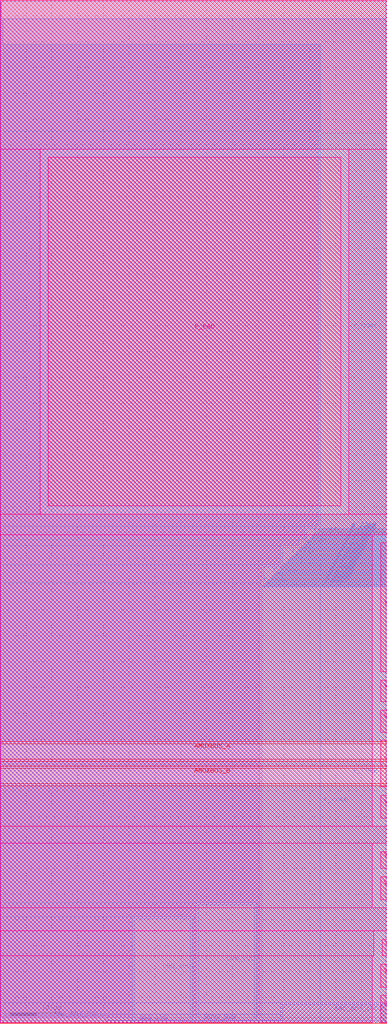
<source format=lef>
# Copyright 2020 The SkyWater PDK Authors
#
# Licensed under the Apache License, Version 2.0 (the "License");
# you may not use this file except in compliance with the License.
# You may obtain a copy of the License at
#
#     https://www.apache.org/licenses/LICENSE-2.0
#
# Unless required by applicable law or agreed to in writing, software
# distributed under the License is distributed on an "AS IS" BASIS,
# WITHOUT WARRANTIES OR CONDITIONS OF ANY KIND, either express or implied.
# See the License for the specific language governing permissions and
# limitations under the License.
#
# SPDX-License-Identifier: Apache-2.0

VERSION 5.7 ;
  NOWIREEXTENSIONATPIN ON ;
  DIVIDERCHAR "/" ;
  BUSBITCHARS "[]" ;
MACRO sky130_fd_io__top_power_lvc_wpad
  CLASS BLOCK ;
  FOREIGN sky130_fd_io__top_power_lvc_wpad ;
  ORIGIN  0.000000  0.000000 ;
  SIZE  75.00000 BY  198.0000 ;
  SYMMETRY R90 ;
  PIN AMUXBUS_A
    DIRECTION INOUT ;
    USE SIGNAL ;
    PORT
      LAYER met4 ;
        RECT 0.000000 51.125000 75.000000 54.105000 ;
    END
  END AMUXBUS_A
  PIN AMUXBUS_B
    DIRECTION INOUT ;
    USE SIGNAL ;
    PORT
      LAYER met4 ;
        RECT 0.000000 46.365000 75.000000 49.345000 ;
    END
  END AMUXBUS_B
  PIN P_PAD
    DIRECTION INOUT ;
    USE SIGNAL ;
    PORT
      LAYER met5 ;
        RECT 9.315000 100.140000 65.955000 167.570000 ;
    END
  END P_PAD
  PIN BDY2_B2B
    DIRECTION INOUT ;
    USE GROUND ;
    PORT
      LAYER met2 ;
        RECT 34.440000 0.000000 44.440000 0.325000 ;
    END
  END BDY2_B2B
  PIN DRN_LVC1
    DIRECTION INOUT ;
    USE POWER ;
    PORT
      LAYER met3 ;
        RECT 26.000000 0.000000 36.880000 20.220000 ;
    END
  END DRN_LVC1
  PIN DRN_LVC2
    DIRECTION INOUT ;
    USE POWER ;
    PORT
      LAYER met3 ;
        RECT 38.380000 0.000000 49.255000 22.900000 ;
    END
  END DRN_LVC2
  PIN OGC_LVC
    DIRECTION INOUT ;
    USE POWER ;
    PORT
      LAYER met1 ;
        RECT 26.210000 0.000000 27.700000 0.170000 ;
    END
  END OGC_LVC
  PIN P_CORE
    DIRECTION INOUT ;
    USE POWER ;
    PORT
      LAYER met3 ;
        RECT 50.755000 0.000000 74.700000 84.465000 ;
    END
    PORT
      LAYER met3 ;
        RECT 50.755000 84.465000 51.100000 84.810000 ;
    END
    PORT
      LAYER met3 ;
        RECT 50.905000 84.465000 74.700000 84.615000 ;
    END
    PORT
      LAYER met3 ;
        RECT 51.100000 84.810000 54.665000 88.375000 ;
    END
    PORT
      LAYER met3 ;
        RECT 51.205000 84.765000 74.700000 84.915000 ;
    END
    PORT
      LAYER met3 ;
        RECT 51.355000 84.915000 74.700000 85.065000 ;
    END
    PORT
      LAYER met3 ;
        RECT 51.505000 85.065000 74.700000 85.215000 ;
    END
    PORT
      LAYER met3 ;
        RECT 51.655000 85.215000 74.700000 85.365000 ;
    END
    PORT
      LAYER met3 ;
        RECT 51.805000 85.365000 74.700000 85.515000 ;
    END
    PORT
      LAYER met3 ;
        RECT 51.955000 85.515000 74.700000 85.665000 ;
    END
    PORT
      LAYER met3 ;
        RECT 52.105000 85.665000 74.700000 85.815000 ;
    END
    PORT
      LAYER met3 ;
        RECT 52.255000 85.815000 74.700000 85.965000 ;
    END
    PORT
      LAYER met3 ;
        RECT 52.405000 85.965000 74.700000 86.115000 ;
    END
    PORT
      LAYER met3 ;
        RECT 52.555000 86.115000 74.700000 86.265000 ;
    END
    PORT
      LAYER met3 ;
        RECT 52.705000 86.265000 74.700000 86.415000 ;
    END
    PORT
      LAYER met3 ;
        RECT 52.855000 86.415000 74.700000 86.565000 ;
    END
    PORT
      LAYER met3 ;
        RECT 53.005000 86.565000 74.700000 86.715000 ;
    END
    PORT
      LAYER met3 ;
        RECT 53.155000 86.715000 74.700000 86.865000 ;
    END
    PORT
      LAYER met3 ;
        RECT 53.305000 86.865000 74.700000 87.015000 ;
    END
    PORT
      LAYER met3 ;
        RECT 53.455000 87.015000 74.700000 87.165000 ;
    END
    PORT
      LAYER met3 ;
        RECT 53.605000 87.165000 74.700000 87.315000 ;
    END
    PORT
      LAYER met3 ;
        RECT 53.755000 87.315000 74.700000 87.465000 ;
    END
    PORT
      LAYER met3 ;
        RECT 53.905000 87.465000 74.700000 87.615000 ;
    END
    PORT
      LAYER met3 ;
        RECT 54.055000 87.615000 74.700000 87.765000 ;
    END
    PORT
      LAYER met3 ;
        RECT 54.205000 87.765000 74.700000 87.915000 ;
    END
    PORT
      LAYER met3 ;
        RECT 54.355000 87.915000 74.700000 88.065000 ;
    END
    PORT
      LAYER met3 ;
        RECT 54.505000 88.065000 74.700000 88.215000 ;
    END
    PORT
      LAYER met3 ;
        RECT 54.665000 88.375000 58.310000 92.020000 ;
    END
    PORT
      LAYER met3 ;
        RECT 54.805000 88.365000 74.700000 88.515000 ;
    END
    PORT
      LAYER met3 ;
        RECT 54.955000 88.515000 74.700000 88.665000 ;
    END
    PORT
      LAYER met3 ;
        RECT 55.105000 88.665000 74.700000 88.815000 ;
    END
    PORT
      LAYER met3 ;
        RECT 55.255000 88.815000 74.700000 88.965000 ;
    END
    PORT
      LAYER met3 ;
        RECT 55.405000 88.965000 74.700000 89.115000 ;
    END
    PORT
      LAYER met3 ;
        RECT 55.555000 89.115000 74.700000 89.265000 ;
    END
    PORT
      LAYER met3 ;
        RECT 55.705000 89.265000 74.700000 89.415000 ;
    END
    PORT
      LAYER met3 ;
        RECT 55.855000 89.415000 74.700000 89.565000 ;
    END
    PORT
      LAYER met3 ;
        RECT 56.005000 89.565000 74.700000 89.715000 ;
    END
    PORT
      LAYER met3 ;
        RECT 56.155000 89.715000 74.700000 89.865000 ;
    END
    PORT
      LAYER met3 ;
        RECT 56.305000 89.865000 74.700000 90.015000 ;
    END
    PORT
      LAYER met3 ;
        RECT 56.455000 90.015000 74.700000 90.165000 ;
    END
    PORT
      LAYER met3 ;
        RECT 56.605000 90.165000 74.700000 90.315000 ;
    END
    PORT
      LAYER met3 ;
        RECT 56.755000 90.315000 74.700000 90.465000 ;
    END
    PORT
      LAYER met3 ;
        RECT 56.905000 90.465000 74.700000 90.615000 ;
    END
    PORT
      LAYER met3 ;
        RECT 57.055000 90.615000 74.700000 90.765000 ;
    END
    PORT
      LAYER met3 ;
        RECT 57.205000 90.765000 74.700000 90.915000 ;
    END
    PORT
      LAYER met3 ;
        RECT 57.355000 90.915000 74.700000 91.065000 ;
    END
    PORT
      LAYER met3 ;
        RECT 57.505000 91.065000 74.700000 91.215000 ;
    END
    PORT
      LAYER met3 ;
        RECT 57.655000 91.215000 74.700000 91.365000 ;
    END
    PORT
      LAYER met3 ;
        RECT 57.805000 91.365000 74.700000 91.515000 ;
    END
    PORT
      LAYER met3 ;
        RECT 57.955000 91.515000 74.700000 91.665000 ;
    END
    PORT
      LAYER met3 ;
        RECT 58.105000 91.665000 74.700000 91.815000 ;
    END
    PORT
      LAYER met3 ;
        RECT 58.310000 92.020000 59.455000 93.165000 ;
    END
    PORT
      LAYER met3 ;
        RECT 58.405000 91.965000 74.700000 92.115000 ;
    END
    PORT
      LAYER met3 ;
        RECT 58.555000 92.115000 74.700000 92.265000 ;
    END
    PORT
      LAYER met3 ;
        RECT 58.705000 92.265000 74.700000 92.415000 ;
    END
    PORT
      LAYER met3 ;
        RECT 58.855000 92.415000 74.700000 92.565000 ;
    END
    PORT
      LAYER met3 ;
        RECT 59.005000 92.565000 74.700000 92.715000 ;
    END
    PORT
      LAYER met3 ;
        RECT 59.155000 92.715000 74.700000 92.865000 ;
    END
    PORT
      LAYER met3 ;
        RECT 59.455000 93.015000 74.700000 93.165000 ;
    END
    PORT
      LAYER met3 ;
        RECT 59.455000 93.165000 62.045000 95.755000 ;
    END
    PORT
      LAYER met3 ;
        RECT 59.605000 93.165000 74.700000 93.315000 ;
    END
    PORT
      LAYER met3 ;
        RECT 59.755000 93.315000 74.700000 93.465000 ;
    END
    PORT
      LAYER met3 ;
        RECT 59.905000 93.465000 74.700000 93.615000 ;
    END
    PORT
      LAYER met3 ;
        RECT 60.055000 93.615000 74.700000 93.765000 ;
    END
    PORT
      LAYER met3 ;
        RECT 60.205000 93.765000 74.700000 93.915000 ;
    END
    PORT
      LAYER met3 ;
        RECT 60.355000 93.915000 74.700000 94.065000 ;
    END
    PORT
      LAYER met3 ;
        RECT 60.505000 94.065000 74.700000 94.215000 ;
    END
    PORT
      LAYER met3 ;
        RECT 60.655000 94.215000 74.700000 94.365000 ;
    END
    PORT
      LAYER met3 ;
        RECT 60.805000 94.365000 74.700000 94.515000 ;
    END
    PORT
      LAYER met3 ;
        RECT 60.955000 94.515000 74.700000 94.665000 ;
    END
    PORT
      LAYER met3 ;
        RECT 61.105000 94.665000 74.700000 94.815000 ;
    END
    PORT
      LAYER met3 ;
        RECT 61.255000 94.815000 74.700000 94.965000 ;
    END
    PORT
      LAYER met3 ;
        RECT 61.405000 94.965000 74.700000 95.115000 ;
    END
    PORT
      LAYER met3 ;
        RECT 61.555000 95.115000 74.700000 95.265000 ;
    END
    PORT
      LAYER met3 ;
        RECT 61.705000 95.265000 74.700000 95.415000 ;
    END
    PORT
      LAYER met3 ;
        RECT 61.855000 95.415000 74.700000 95.565000 ;
    END
    PORT
      LAYER met3 ;
        RECT 62.045000 0.000000 74.700000 95.755000 ;
    END
    PORT
      LAYER met3 ;
        RECT 62.045000 95.755000 74.700000 172.235000 ;
    END
  END P_CORE
  PIN SRC_BDY_LVC1
    DIRECTION INOUT ;
    USE GROUND ;
    PORT
      LAYER met2 ;
        RECT 0.500000 0.000000 20.495000 1.485000 ;
    END
  END SRC_BDY_LVC1
  PIN SRC_BDY_LVC2
    DIRECTION INOUT ;
    USE GROUND ;
    PORT
      LAYER met2 ;
        RECT 54.715000 0.000000 74.700000 3.660000 ;
    END
  END SRC_BDY_LVC2
  PIN VCCD
    DIRECTION INOUT ;
    USE POWER ;
    PORT
      LAYER met5 ;
        RECT 73.730000 6.985000 75.000000 11.435000 ;
    END
  END VCCD
  PIN VCCHIB
    DIRECTION INOUT ;
    USE POWER ;
    PORT
      LAYER met5 ;
        RECT 73.730000 0.135000 75.000000 5.385000 ;
    END
  END VCCHIB
  PIN VDDA
    DIRECTION INOUT ;
    USE POWER ;
    PORT
      LAYER met5 ;
        RECT 74.035000 13.035000 75.000000 16.285000 ;
    END
  END VDDA
  PIN VDDIO
    DIRECTION INOUT ;
    USE POWER ;
    PORT
      LAYER met5 ;
        RECT 73.730000 68.035000 75.000000 92.985000 ;
    END
  END VDDIO
  PIN VDDIO_Q
    DIRECTION INOUT ;
    USE POWER ;
    PORT
      LAYER met5 ;
        RECT 73.730000 62.185000 75.000000 66.435000 ;
    END
  END VDDIO_Q
  PIN VSSA
    DIRECTION INOUT ;
    USE GROUND ;
    PORT
      LAYER met5 ;
        RECT 73.730000 45.735000 75.000000 54.735000 ;
    END
  END VSSA
  PIN VSSD
    DIRECTION INOUT ;
    USE GROUND ;
    PORT
      LAYER met5 ;
        RECT 73.730000 39.685000 75.000000 44.135000 ;
    END
  END VSSD
  PIN VSSIO
    DIRECTION INOUT ;
    USE GROUND ;
    PORT
      LAYER met5 ;
        RECT 73.730000 23.935000 75.000000 28.385000 ;
    END
  END VSSIO
  PIN VSSIO_Q
    DIRECTION INOUT ;
    USE GROUND ;
    PORT
      LAYER met5 ;
        RECT 73.730000 56.335000 75.000000 60.585000 ;
    END
  END VSSIO_Q
  PIN VSWITCH
    DIRECTION INOUT ;
    USE POWER ;
    PORT
      LAYER met5 ;
        RECT 73.730000 29.985000 75.000000 33.235000 ;
    END
  END VSWITCH
  OBS
    LAYER li1 ;
      RECT 0.240000 1.020000 74.755000 197.780000 ;
    LAYER met1 ;
      RECT  0.120000 0.000000 25.930000   0.450000 ;
      RECT  0.120000 0.450000 74.785000 197.840000 ;
      RECT 27.980000 0.000000 74.785000   0.450000 ;
    LAYER met2 ;
      RECT  0.500000 1.765000 54.435000   3.940000 ;
      RECT  0.500000 3.940000 74.700000 194.430000 ;
      RECT 20.775000 0.000000 34.160000   0.605000 ;
      RECT 20.775000 0.605000 54.435000   1.765000 ;
      RECT 44.720000 0.000000 54.435000   0.605000 ;
    LAYER met3 ;
      RECT  0.500000   0.000000 25.600000  20.620000 ;
      RECT  0.500000  20.620000 37.980000  23.300000 ;
      RECT  0.500000  23.300000 50.355000  85.210000 ;
      RECT  0.500000  85.210000 50.700000  88.775000 ;
      RECT  0.500000  88.775000 54.265000  92.420000 ;
      RECT  0.500000  92.420000 57.910000  93.565000 ;
      RECT  0.500000  93.565000 59.055000  96.155000 ;
      RECT  0.500000  96.155000 61.645000 172.635000 ;
      RECT  0.500000 172.635000 62.045000 189.515000 ;
      RECT 37.280000   0.000000 37.980000  20.620000 ;
      RECT 49.655000   0.000000 50.355000  23.300000 ;
    LAYER met4 ;
      RECT 0.000000  0.035000 75.000000  45.965000 ;
      RECT 0.000000 49.745000 75.000000  50.725000 ;
      RECT 0.000000 54.505000 75.000000 198.000000 ;
    LAYER met5 ;
      RECT  0.000000   0.135000 72.130000  13.035000 ;
      RECT  0.000000  13.035000 72.435000  17.885000 ;
      RECT  0.000000  17.885000 75.000000  22.335000 ;
      RECT  0.000000  22.335000 72.130000  34.835000 ;
      RECT  0.000000  34.835000 75.000000  38.085000 ;
      RECT  0.000000  38.085000 72.130000  94.585000 ;
      RECT  0.000000  94.585000 75.000000  98.540000 ;
      RECT  0.000000  98.540000  7.715000 169.170000 ;
      RECT  0.000000 169.170000 75.000000 198.000000 ;
      RECT 67.555000  98.540000 75.000000 169.170000 ;
  END
END sky130_fd_io__top_power_lvc_wpad
END LIBRARY

</source>
